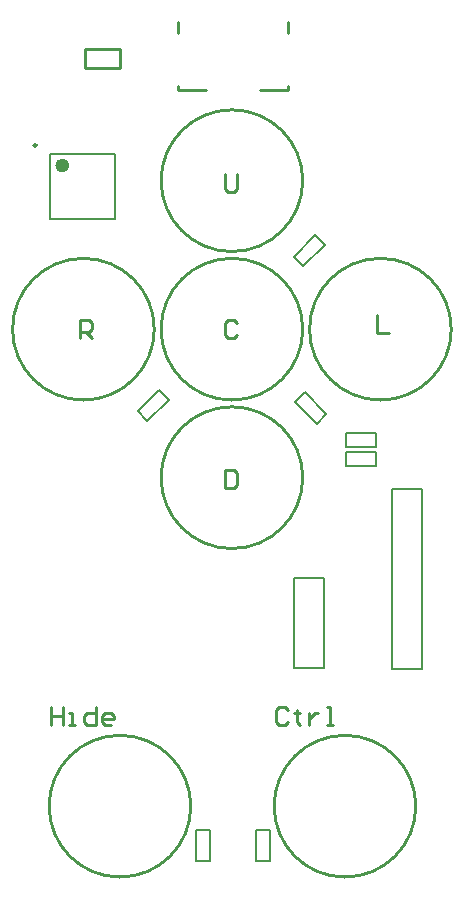
<source format=gto>
%FSAX24Y24*%
%MOIN*%
G70*
G01*
G75*
G04 Layer_Color=65535*
%ADD10C,0.0100*%
%ADD11R,0.0300X0.0300*%
%ADD12P,0.0424X4X360.0*%
%ADD13P,0.0424X4X90.0*%
%ADD14R,0.0300X0.0300*%
%ADD15R,0.0118X0.0157*%
%ADD16R,0.0394X0.0413*%
%ADD17R,0.0984X0.1496*%
%ADD18R,0.0197X0.0787*%
%ADD19O,0.0709X0.0118*%
%ADD20O,0.0118X0.0709*%
%ADD21R,0.0394X0.0374*%
%ADD22C,0.0100*%
%ADD23C,0.0300*%
%ADD24C,0.0150*%
%ADD25C,0.0200*%
%ADD26C,0.0866*%
%ADD27C,0.2100*%
%ADD28C,0.0591*%
%ADD29R,0.0591X0.0591*%
%ADD30C,0.0250*%
%ADD31C,0.0260*%
%ADD32R,0.0413X0.0394*%
%ADD33R,0.0630X0.0591*%
%ADD34R,0.0374X0.0394*%
%ADD35R,0.0709X0.0630*%
%ADD36O,0.0079X0.0177*%
%ADD37O,0.0098X0.0197*%
%ADD38O,0.0177X0.0079*%
%ADD39O,0.0197X0.0098*%
%ADD40C,0.0098*%
%ADD41C,0.0236*%
%ADD42C,0.0050*%
%ADD43C,0.0079*%
D22*
X016096Y013784D02*
G03*
X016096Y013784I-002362J000000D01*
G01*
X023596D02*
G03*
X023596Y013784I-002362J000000D01*
G01*
X019828Y029684D02*
G03*
X019828Y029684I-002362J000000D01*
G01*
X014878D02*
G03*
X014878Y029684I-002362J000000D01*
G01*
X024778D02*
G03*
X024778Y029684I-002362J000000D01*
G01*
X019828Y024734D02*
G03*
X019828Y024734I-002362J000000D01*
G01*
Y034634D02*
G03*
X019828Y034634I-002362J000000D01*
G01*
X012579Y038400D02*
X013721D01*
X012579D02*
Y039000D01*
Y039014D02*
X013721D01*
Y038400D02*
Y039000D01*
X015679Y039570D02*
Y039915D01*
X019321Y039570D02*
Y039915D01*
X015679Y037651D02*
X016614D01*
X015679D02*
Y037798D01*
X019321Y037651D02*
Y037798D01*
X018386Y037651D02*
X019321D01*
X017650Y029900D02*
X017550Y030000D01*
X017350D01*
X017250Y029900D01*
Y029500D01*
X017350Y029400D01*
X017550D01*
X017650Y029500D01*
X019325Y016995D02*
X019225Y017095D01*
X019025D01*
X018925Y016995D01*
Y016595D01*
X019025Y016495D01*
X019225D01*
X019325Y016595D01*
X019625Y016995D02*
Y016895D01*
X019525D01*
X019725D01*
X019625D01*
Y016595D01*
X019725Y016495D01*
X020025Y016895D02*
Y016495D01*
Y016695D01*
X020125Y016795D01*
X020225Y016895D01*
X020325D01*
X020624Y016495D02*
X020824D01*
X020724D01*
Y017095D01*
X020624D01*
X017250Y025000D02*
Y024400D01*
X017550D01*
X017650Y024500D01*
Y024900D01*
X017550Y025000D01*
X017250D01*
X011425Y017095D02*
Y016495D01*
Y016795D01*
X011825D01*
Y017095D01*
Y016495D01*
X012025D02*
X012225D01*
X012125D01*
Y016895D01*
X012025D01*
X012925Y017095D02*
Y016495D01*
X012625D01*
X012525Y016595D01*
Y016795D01*
X012625Y016895D01*
X012925D01*
X013424Y016495D02*
X013224D01*
X013124Y016595D01*
Y016795D01*
X013224Y016895D01*
X013424D01*
X013524Y016795D01*
Y016695D01*
X013124D01*
X022300Y030150D02*
Y029550D01*
X022700D01*
X012400Y029400D02*
Y030000D01*
X012700D01*
X012800Y029900D01*
Y029700D01*
X012700Y029600D01*
X012400D01*
X012600D02*
X012800Y029400D01*
X017250Y034850D02*
Y034350D01*
X017350Y034250D01*
X017550D01*
X017650Y034350D01*
Y034850D01*
D40*
X010955Y035808D02*
G03*
X010955Y035808I-000049J000000D01*
G01*
D41*
X011929Y035139D02*
G03*
X011929Y035139I-000118J000000D01*
G01*
D42*
X016270Y011970D02*
X016730D01*
X016270Y012980D02*
X016730D01*
Y011970D02*
Y012980D01*
X016270Y011970D02*
Y012980D01*
X018270D02*
X018730D01*
X018270Y011970D02*
X018730D01*
X018270D02*
Y012980D01*
X018730Y011970D02*
Y012980D01*
X019575Y027250D02*
X019900Y027575D01*
X020289Y026536D02*
X020614Y026861D01*
X019575Y027250D02*
X020289Y026536D01*
X019900Y027575D02*
X020614Y026861D01*
X014325Y026950D02*
X014650Y026625D01*
X015039Y027664D02*
X015364Y027339D01*
X014650Y026625D02*
X015364Y027339D01*
X014325Y026950D02*
X015039Y027664D01*
X021270Y025770D02*
Y026230D01*
X022280Y025770D02*
Y026230D01*
X021270Y025770D02*
X022280D01*
X021270Y026230D02*
X022280D01*
Y025120D02*
Y025580D01*
X021270Y025120D02*
Y025580D01*
X022280D01*
X021270Y025120D02*
X022280D01*
X019525Y032100D02*
X019850Y031775D01*
X020239Y032814D02*
X020564Y032489D01*
X019850Y031775D02*
X020564Y032489D01*
X019525Y032100D02*
X020239Y032814D01*
D43*
X011417Y033367D02*
Y035533D01*
X013583Y033367D02*
Y035533D01*
X011417D02*
X013583D01*
X011417Y033367D02*
X013583D01*
X019550Y018400D02*
X020550D01*
X019550D02*
Y021400D01*
X020550D01*
Y018400D02*
Y021400D01*
X023800Y018350D02*
Y024350D01*
X022800Y018350D02*
Y024350D01*
Y018350D02*
X023800D01*
X022800Y024350D02*
X023800D01*
M02*

</source>
